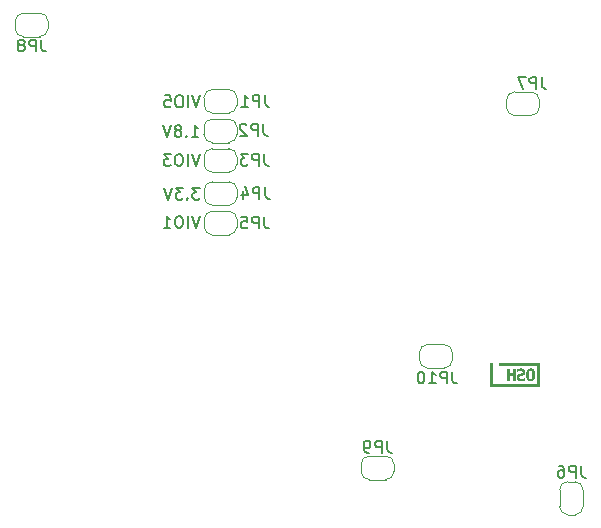
<source format=gbr>
%TF.GenerationSoftware,KiCad,Pcbnew,9.0.2*%
%TF.CreationDate,2025-11-14T17:37:25-08:00*%
%TF.ProjectId,nx-module-breakout,6e782d6d-6f64-4756-9c65-2d627265616b,rev?*%
%TF.SameCoordinates,Original*%
%TF.FileFunction,Legend,Bot*%
%TF.FilePolarity,Positive*%
%FSLAX46Y46*%
G04 Gerber Fmt 4.6, Leading zero omitted, Abs format (unit mm)*
G04 Created by KiCad (PCBNEW 9.0.2) date 2025-11-14 17:37:25*
%MOMM*%
%LPD*%
G01*
G04 APERTURE LIST*
%ADD10C,0.150000*%
%ADD11C,0.002540*%
%ADD12C,0.120000*%
G04 APERTURE END LIST*
D10*
X146693921Y-108794821D02*
X146074874Y-108794821D01*
X146074874Y-108794821D02*
X146408207Y-109175773D01*
X146408207Y-109175773D02*
X146265350Y-109175773D01*
X146265350Y-109175773D02*
X146170112Y-109223392D01*
X146170112Y-109223392D02*
X146122493Y-109271011D01*
X146122493Y-109271011D02*
X146074874Y-109366249D01*
X146074874Y-109366249D02*
X146074874Y-109604344D01*
X146074874Y-109604344D02*
X146122493Y-109699582D01*
X146122493Y-109699582D02*
X146170112Y-109747202D01*
X146170112Y-109747202D02*
X146265350Y-109794821D01*
X146265350Y-109794821D02*
X146551064Y-109794821D01*
X146551064Y-109794821D02*
X146646302Y-109747202D01*
X146646302Y-109747202D02*
X146693921Y-109699582D01*
X145646302Y-109699582D02*
X145598683Y-109747202D01*
X145598683Y-109747202D02*
X145646302Y-109794821D01*
X145646302Y-109794821D02*
X145693921Y-109747202D01*
X145693921Y-109747202D02*
X145646302Y-109699582D01*
X145646302Y-109699582D02*
X145646302Y-109794821D01*
X145265350Y-108794821D02*
X144646303Y-108794821D01*
X144646303Y-108794821D02*
X144979636Y-109175773D01*
X144979636Y-109175773D02*
X144836779Y-109175773D01*
X144836779Y-109175773D02*
X144741541Y-109223392D01*
X144741541Y-109223392D02*
X144693922Y-109271011D01*
X144693922Y-109271011D02*
X144646303Y-109366249D01*
X144646303Y-109366249D02*
X144646303Y-109604344D01*
X144646303Y-109604344D02*
X144693922Y-109699582D01*
X144693922Y-109699582D02*
X144741541Y-109747202D01*
X144741541Y-109747202D02*
X144836779Y-109794821D01*
X144836779Y-109794821D02*
X145122493Y-109794821D01*
X145122493Y-109794821D02*
X145217731Y-109747202D01*
X145217731Y-109747202D02*
X145265350Y-109699582D01*
X144360588Y-108794821D02*
X144027255Y-109794821D01*
X144027255Y-109794821D02*
X143693922Y-108794821D01*
X146676778Y-105944821D02*
X146343445Y-106944821D01*
X146343445Y-106944821D02*
X146010112Y-105944821D01*
X145676778Y-106944821D02*
X145676778Y-105944821D01*
X145010112Y-105944821D02*
X144819636Y-105944821D01*
X144819636Y-105944821D02*
X144724398Y-105992440D01*
X144724398Y-105992440D02*
X144629160Y-106087678D01*
X144629160Y-106087678D02*
X144581541Y-106278154D01*
X144581541Y-106278154D02*
X144581541Y-106611487D01*
X144581541Y-106611487D02*
X144629160Y-106801963D01*
X144629160Y-106801963D02*
X144724398Y-106897202D01*
X144724398Y-106897202D02*
X144819636Y-106944821D01*
X144819636Y-106944821D02*
X145010112Y-106944821D01*
X145010112Y-106944821D02*
X145105350Y-106897202D01*
X145105350Y-106897202D02*
X145200588Y-106801963D01*
X145200588Y-106801963D02*
X145248207Y-106611487D01*
X145248207Y-106611487D02*
X145248207Y-106278154D01*
X145248207Y-106278154D02*
X145200588Y-106087678D01*
X145200588Y-106087678D02*
X145105350Y-105992440D01*
X145105350Y-105992440D02*
X145010112Y-105944821D01*
X144248207Y-105944821D02*
X143629160Y-105944821D01*
X143629160Y-105944821D02*
X143962493Y-106325773D01*
X143962493Y-106325773D02*
X143819636Y-106325773D01*
X143819636Y-106325773D02*
X143724398Y-106373392D01*
X143724398Y-106373392D02*
X143676779Y-106421011D01*
X143676779Y-106421011D02*
X143629160Y-106516249D01*
X143629160Y-106516249D02*
X143629160Y-106754344D01*
X143629160Y-106754344D02*
X143676779Y-106849582D01*
X143676779Y-106849582D02*
X143724398Y-106897202D01*
X143724398Y-106897202D02*
X143819636Y-106944821D01*
X143819636Y-106944821D02*
X144105350Y-106944821D01*
X144105350Y-106944821D02*
X144200588Y-106897202D01*
X144200588Y-106897202D02*
X144248207Y-106849582D01*
X146686778Y-111194821D02*
X146353445Y-112194821D01*
X146353445Y-112194821D02*
X146020112Y-111194821D01*
X145686778Y-112194821D02*
X145686778Y-111194821D01*
X145020112Y-111194821D02*
X144829636Y-111194821D01*
X144829636Y-111194821D02*
X144734398Y-111242440D01*
X144734398Y-111242440D02*
X144639160Y-111337678D01*
X144639160Y-111337678D02*
X144591541Y-111528154D01*
X144591541Y-111528154D02*
X144591541Y-111861487D01*
X144591541Y-111861487D02*
X144639160Y-112051963D01*
X144639160Y-112051963D02*
X144734398Y-112147202D01*
X144734398Y-112147202D02*
X144829636Y-112194821D01*
X144829636Y-112194821D02*
X145020112Y-112194821D01*
X145020112Y-112194821D02*
X145115350Y-112147202D01*
X145115350Y-112147202D02*
X145210588Y-112051963D01*
X145210588Y-112051963D02*
X145258207Y-111861487D01*
X145258207Y-111861487D02*
X145258207Y-111528154D01*
X145258207Y-111528154D02*
X145210588Y-111337678D01*
X145210588Y-111337678D02*
X145115350Y-111242440D01*
X145115350Y-111242440D02*
X145020112Y-111194821D01*
X143639160Y-112194821D02*
X144210588Y-112194821D01*
X143924874Y-112194821D02*
X143924874Y-111194821D01*
X143924874Y-111194821D02*
X144020112Y-111337678D01*
X144020112Y-111337678D02*
X144115350Y-111432916D01*
X144115350Y-111432916D02*
X144210588Y-111480535D01*
X145994874Y-104474821D02*
X146566302Y-104474821D01*
X146280588Y-104474821D02*
X146280588Y-103474821D01*
X146280588Y-103474821D02*
X146375826Y-103617678D01*
X146375826Y-103617678D02*
X146471064Y-103712916D01*
X146471064Y-103712916D02*
X146566302Y-103760535D01*
X145566302Y-104379582D02*
X145518683Y-104427202D01*
X145518683Y-104427202D02*
X145566302Y-104474821D01*
X145566302Y-104474821D02*
X145613921Y-104427202D01*
X145613921Y-104427202D02*
X145566302Y-104379582D01*
X145566302Y-104379582D02*
X145566302Y-104474821D01*
X144947255Y-103903392D02*
X145042493Y-103855773D01*
X145042493Y-103855773D02*
X145090112Y-103808154D01*
X145090112Y-103808154D02*
X145137731Y-103712916D01*
X145137731Y-103712916D02*
X145137731Y-103665297D01*
X145137731Y-103665297D02*
X145090112Y-103570059D01*
X145090112Y-103570059D02*
X145042493Y-103522440D01*
X145042493Y-103522440D02*
X144947255Y-103474821D01*
X144947255Y-103474821D02*
X144756779Y-103474821D01*
X144756779Y-103474821D02*
X144661541Y-103522440D01*
X144661541Y-103522440D02*
X144613922Y-103570059D01*
X144613922Y-103570059D02*
X144566303Y-103665297D01*
X144566303Y-103665297D02*
X144566303Y-103712916D01*
X144566303Y-103712916D02*
X144613922Y-103808154D01*
X144613922Y-103808154D02*
X144661541Y-103855773D01*
X144661541Y-103855773D02*
X144756779Y-103903392D01*
X144756779Y-103903392D02*
X144947255Y-103903392D01*
X144947255Y-103903392D02*
X145042493Y-103951011D01*
X145042493Y-103951011D02*
X145090112Y-103998630D01*
X145090112Y-103998630D02*
X145137731Y-104093868D01*
X145137731Y-104093868D02*
X145137731Y-104284344D01*
X145137731Y-104284344D02*
X145090112Y-104379582D01*
X145090112Y-104379582D02*
X145042493Y-104427202D01*
X145042493Y-104427202D02*
X144947255Y-104474821D01*
X144947255Y-104474821D02*
X144756779Y-104474821D01*
X144756779Y-104474821D02*
X144661541Y-104427202D01*
X144661541Y-104427202D02*
X144613922Y-104379582D01*
X144613922Y-104379582D02*
X144566303Y-104284344D01*
X144566303Y-104284344D02*
X144566303Y-104093868D01*
X144566303Y-104093868D02*
X144613922Y-103998630D01*
X144613922Y-103998630D02*
X144661541Y-103951011D01*
X144661541Y-103951011D02*
X144756779Y-103903392D01*
X144280588Y-103474821D02*
X143947255Y-104474821D01*
X143947255Y-104474821D02*
X143613922Y-103474821D01*
X146726778Y-100974821D02*
X146393445Y-101974821D01*
X146393445Y-101974821D02*
X146060112Y-100974821D01*
X145726778Y-101974821D02*
X145726778Y-100974821D01*
X145060112Y-100974821D02*
X144869636Y-100974821D01*
X144869636Y-100974821D02*
X144774398Y-101022440D01*
X144774398Y-101022440D02*
X144679160Y-101117678D01*
X144679160Y-101117678D02*
X144631541Y-101308154D01*
X144631541Y-101308154D02*
X144631541Y-101641487D01*
X144631541Y-101641487D02*
X144679160Y-101831963D01*
X144679160Y-101831963D02*
X144774398Y-101927202D01*
X144774398Y-101927202D02*
X144869636Y-101974821D01*
X144869636Y-101974821D02*
X145060112Y-101974821D01*
X145060112Y-101974821D02*
X145155350Y-101927202D01*
X145155350Y-101927202D02*
X145250588Y-101831963D01*
X145250588Y-101831963D02*
X145298207Y-101641487D01*
X145298207Y-101641487D02*
X145298207Y-101308154D01*
X145298207Y-101308154D02*
X145250588Y-101117678D01*
X145250588Y-101117678D02*
X145155350Y-101022440D01*
X145155350Y-101022440D02*
X145060112Y-100974821D01*
X143726779Y-100974821D02*
X144202969Y-100974821D01*
X144202969Y-100974821D02*
X144250588Y-101451011D01*
X144250588Y-101451011D02*
X144202969Y-101403392D01*
X144202969Y-101403392D02*
X144107731Y-101355773D01*
X144107731Y-101355773D02*
X143869636Y-101355773D01*
X143869636Y-101355773D02*
X143774398Y-101403392D01*
X143774398Y-101403392D02*
X143726779Y-101451011D01*
X143726779Y-101451011D02*
X143679160Y-101546249D01*
X143679160Y-101546249D02*
X143679160Y-101784344D01*
X143679160Y-101784344D02*
X143726779Y-101879582D01*
X143726779Y-101879582D02*
X143774398Y-101927202D01*
X143774398Y-101927202D02*
X143869636Y-101974821D01*
X143869636Y-101974821D02*
X144107731Y-101974821D01*
X144107731Y-101974821D02*
X144202969Y-101927202D01*
X144202969Y-101927202D02*
X144250588Y-101879582D01*
X152073333Y-103379821D02*
X152073333Y-104094106D01*
X152073333Y-104094106D02*
X152120952Y-104236963D01*
X152120952Y-104236963D02*
X152216190Y-104332202D01*
X152216190Y-104332202D02*
X152359047Y-104379821D01*
X152359047Y-104379821D02*
X152454285Y-104379821D01*
X151597142Y-104379821D02*
X151597142Y-103379821D01*
X151597142Y-103379821D02*
X151216190Y-103379821D01*
X151216190Y-103379821D02*
X151120952Y-103427440D01*
X151120952Y-103427440D02*
X151073333Y-103475059D01*
X151073333Y-103475059D02*
X151025714Y-103570297D01*
X151025714Y-103570297D02*
X151025714Y-103713154D01*
X151025714Y-103713154D02*
X151073333Y-103808392D01*
X151073333Y-103808392D02*
X151120952Y-103856011D01*
X151120952Y-103856011D02*
X151216190Y-103903630D01*
X151216190Y-103903630D02*
X151597142Y-103903630D01*
X150644761Y-103475059D02*
X150597142Y-103427440D01*
X150597142Y-103427440D02*
X150501904Y-103379821D01*
X150501904Y-103379821D02*
X150263809Y-103379821D01*
X150263809Y-103379821D02*
X150168571Y-103427440D01*
X150168571Y-103427440D02*
X150120952Y-103475059D01*
X150120952Y-103475059D02*
X150073333Y-103570297D01*
X150073333Y-103570297D02*
X150073333Y-103665535D01*
X150073333Y-103665535D02*
X150120952Y-103808392D01*
X150120952Y-103808392D02*
X150692380Y-104379821D01*
X150692380Y-104379821D02*
X150073333Y-104379821D01*
X152143333Y-105909821D02*
X152143333Y-106624106D01*
X152143333Y-106624106D02*
X152190952Y-106766963D01*
X152190952Y-106766963D02*
X152286190Y-106862202D01*
X152286190Y-106862202D02*
X152429047Y-106909821D01*
X152429047Y-106909821D02*
X152524285Y-106909821D01*
X151667142Y-106909821D02*
X151667142Y-105909821D01*
X151667142Y-105909821D02*
X151286190Y-105909821D01*
X151286190Y-105909821D02*
X151190952Y-105957440D01*
X151190952Y-105957440D02*
X151143333Y-106005059D01*
X151143333Y-106005059D02*
X151095714Y-106100297D01*
X151095714Y-106100297D02*
X151095714Y-106243154D01*
X151095714Y-106243154D02*
X151143333Y-106338392D01*
X151143333Y-106338392D02*
X151190952Y-106386011D01*
X151190952Y-106386011D02*
X151286190Y-106433630D01*
X151286190Y-106433630D02*
X151667142Y-106433630D01*
X150762380Y-105909821D02*
X150143333Y-105909821D01*
X150143333Y-105909821D02*
X150476666Y-106290773D01*
X150476666Y-106290773D02*
X150333809Y-106290773D01*
X150333809Y-106290773D02*
X150238571Y-106338392D01*
X150238571Y-106338392D02*
X150190952Y-106386011D01*
X150190952Y-106386011D02*
X150143333Y-106481249D01*
X150143333Y-106481249D02*
X150143333Y-106719344D01*
X150143333Y-106719344D02*
X150190952Y-106814582D01*
X150190952Y-106814582D02*
X150238571Y-106862202D01*
X150238571Y-106862202D02*
X150333809Y-106909821D01*
X150333809Y-106909821D02*
X150619523Y-106909821D01*
X150619523Y-106909821D02*
X150714761Y-106862202D01*
X150714761Y-106862202D02*
X150762380Y-106814582D01*
X133283333Y-96254819D02*
X133283333Y-96969104D01*
X133283333Y-96969104D02*
X133330952Y-97111961D01*
X133330952Y-97111961D02*
X133426190Y-97207200D01*
X133426190Y-97207200D02*
X133569047Y-97254819D01*
X133569047Y-97254819D02*
X133664285Y-97254819D01*
X132807142Y-97254819D02*
X132807142Y-96254819D01*
X132807142Y-96254819D02*
X132426190Y-96254819D01*
X132426190Y-96254819D02*
X132330952Y-96302438D01*
X132330952Y-96302438D02*
X132283333Y-96350057D01*
X132283333Y-96350057D02*
X132235714Y-96445295D01*
X132235714Y-96445295D02*
X132235714Y-96588152D01*
X132235714Y-96588152D02*
X132283333Y-96683390D01*
X132283333Y-96683390D02*
X132330952Y-96731009D01*
X132330952Y-96731009D02*
X132426190Y-96778628D01*
X132426190Y-96778628D02*
X132807142Y-96778628D01*
X131664285Y-96683390D02*
X131759523Y-96635771D01*
X131759523Y-96635771D02*
X131807142Y-96588152D01*
X131807142Y-96588152D02*
X131854761Y-96492914D01*
X131854761Y-96492914D02*
X131854761Y-96445295D01*
X131854761Y-96445295D02*
X131807142Y-96350057D01*
X131807142Y-96350057D02*
X131759523Y-96302438D01*
X131759523Y-96302438D02*
X131664285Y-96254819D01*
X131664285Y-96254819D02*
X131473809Y-96254819D01*
X131473809Y-96254819D02*
X131378571Y-96302438D01*
X131378571Y-96302438D02*
X131330952Y-96350057D01*
X131330952Y-96350057D02*
X131283333Y-96445295D01*
X131283333Y-96445295D02*
X131283333Y-96492914D01*
X131283333Y-96492914D02*
X131330952Y-96588152D01*
X131330952Y-96588152D02*
X131378571Y-96635771D01*
X131378571Y-96635771D02*
X131473809Y-96683390D01*
X131473809Y-96683390D02*
X131664285Y-96683390D01*
X131664285Y-96683390D02*
X131759523Y-96731009D01*
X131759523Y-96731009D02*
X131807142Y-96778628D01*
X131807142Y-96778628D02*
X131854761Y-96873866D01*
X131854761Y-96873866D02*
X131854761Y-97064342D01*
X131854761Y-97064342D02*
X131807142Y-97159580D01*
X131807142Y-97159580D02*
X131759523Y-97207200D01*
X131759523Y-97207200D02*
X131664285Y-97254819D01*
X131664285Y-97254819D02*
X131473809Y-97254819D01*
X131473809Y-97254819D02*
X131378571Y-97207200D01*
X131378571Y-97207200D02*
X131330952Y-97159580D01*
X131330952Y-97159580D02*
X131283333Y-97064342D01*
X131283333Y-97064342D02*
X131283333Y-96873866D01*
X131283333Y-96873866D02*
X131330952Y-96778628D01*
X131330952Y-96778628D02*
X131378571Y-96731009D01*
X131378571Y-96731009D02*
X131473809Y-96683390D01*
X168079523Y-124364819D02*
X168079523Y-125079104D01*
X168079523Y-125079104D02*
X168127142Y-125221961D01*
X168127142Y-125221961D02*
X168222380Y-125317200D01*
X168222380Y-125317200D02*
X168365237Y-125364819D01*
X168365237Y-125364819D02*
X168460475Y-125364819D01*
X167603332Y-125364819D02*
X167603332Y-124364819D01*
X167603332Y-124364819D02*
X167222380Y-124364819D01*
X167222380Y-124364819D02*
X167127142Y-124412438D01*
X167127142Y-124412438D02*
X167079523Y-124460057D01*
X167079523Y-124460057D02*
X167031904Y-124555295D01*
X167031904Y-124555295D02*
X167031904Y-124698152D01*
X167031904Y-124698152D02*
X167079523Y-124793390D01*
X167079523Y-124793390D02*
X167127142Y-124841009D01*
X167127142Y-124841009D02*
X167222380Y-124888628D01*
X167222380Y-124888628D02*
X167603332Y-124888628D01*
X166079523Y-125364819D02*
X166650951Y-125364819D01*
X166365237Y-125364819D02*
X166365237Y-124364819D01*
X166365237Y-124364819D02*
X166460475Y-124507676D01*
X166460475Y-124507676D02*
X166555713Y-124602914D01*
X166555713Y-124602914D02*
X166650951Y-124650533D01*
X165460475Y-124364819D02*
X165365237Y-124364819D01*
X165365237Y-124364819D02*
X165269999Y-124412438D01*
X165269999Y-124412438D02*
X165222380Y-124460057D01*
X165222380Y-124460057D02*
X165174761Y-124555295D01*
X165174761Y-124555295D02*
X165127142Y-124745771D01*
X165127142Y-124745771D02*
X165127142Y-124983866D01*
X165127142Y-124983866D02*
X165174761Y-125174342D01*
X165174761Y-125174342D02*
X165222380Y-125269580D01*
X165222380Y-125269580D02*
X165269999Y-125317200D01*
X165269999Y-125317200D02*
X165365237Y-125364819D01*
X165365237Y-125364819D02*
X165460475Y-125364819D01*
X165460475Y-125364819D02*
X165555713Y-125317200D01*
X165555713Y-125317200D02*
X165603332Y-125269580D01*
X165603332Y-125269580D02*
X165650951Y-125174342D01*
X165650951Y-125174342D02*
X165698570Y-124983866D01*
X165698570Y-124983866D02*
X165698570Y-124745771D01*
X165698570Y-124745771D02*
X165650951Y-124555295D01*
X165650951Y-124555295D02*
X165603332Y-124460057D01*
X165603332Y-124460057D02*
X165555713Y-124412438D01*
X165555713Y-124412438D02*
X165460475Y-124364819D01*
X175653333Y-99434819D02*
X175653333Y-100149104D01*
X175653333Y-100149104D02*
X175700952Y-100291961D01*
X175700952Y-100291961D02*
X175796190Y-100387200D01*
X175796190Y-100387200D02*
X175939047Y-100434819D01*
X175939047Y-100434819D02*
X176034285Y-100434819D01*
X175177142Y-100434819D02*
X175177142Y-99434819D01*
X175177142Y-99434819D02*
X174796190Y-99434819D01*
X174796190Y-99434819D02*
X174700952Y-99482438D01*
X174700952Y-99482438D02*
X174653333Y-99530057D01*
X174653333Y-99530057D02*
X174605714Y-99625295D01*
X174605714Y-99625295D02*
X174605714Y-99768152D01*
X174605714Y-99768152D02*
X174653333Y-99863390D01*
X174653333Y-99863390D02*
X174700952Y-99911009D01*
X174700952Y-99911009D02*
X174796190Y-99958628D01*
X174796190Y-99958628D02*
X175177142Y-99958628D01*
X174272380Y-99434819D02*
X173605714Y-99434819D01*
X173605714Y-99434819D02*
X174034285Y-100434819D01*
X178983333Y-132329821D02*
X178983333Y-133044106D01*
X178983333Y-133044106D02*
X179030952Y-133186963D01*
X179030952Y-133186963D02*
X179126190Y-133282202D01*
X179126190Y-133282202D02*
X179269047Y-133329821D01*
X179269047Y-133329821D02*
X179364285Y-133329821D01*
X178507142Y-133329821D02*
X178507142Y-132329821D01*
X178507142Y-132329821D02*
X178126190Y-132329821D01*
X178126190Y-132329821D02*
X178030952Y-132377440D01*
X178030952Y-132377440D02*
X177983333Y-132425059D01*
X177983333Y-132425059D02*
X177935714Y-132520297D01*
X177935714Y-132520297D02*
X177935714Y-132663154D01*
X177935714Y-132663154D02*
X177983333Y-132758392D01*
X177983333Y-132758392D02*
X178030952Y-132806011D01*
X178030952Y-132806011D02*
X178126190Y-132853630D01*
X178126190Y-132853630D02*
X178507142Y-132853630D01*
X177078571Y-132329821D02*
X177269047Y-132329821D01*
X177269047Y-132329821D02*
X177364285Y-132377440D01*
X177364285Y-132377440D02*
X177411904Y-132425059D01*
X177411904Y-132425059D02*
X177507142Y-132567916D01*
X177507142Y-132567916D02*
X177554761Y-132758392D01*
X177554761Y-132758392D02*
X177554761Y-133139344D01*
X177554761Y-133139344D02*
X177507142Y-133234582D01*
X177507142Y-133234582D02*
X177459523Y-133282202D01*
X177459523Y-133282202D02*
X177364285Y-133329821D01*
X177364285Y-133329821D02*
X177173809Y-133329821D01*
X177173809Y-133329821D02*
X177078571Y-133282202D01*
X177078571Y-133282202D02*
X177030952Y-133234582D01*
X177030952Y-133234582D02*
X176983333Y-133139344D01*
X176983333Y-133139344D02*
X176983333Y-132901249D01*
X176983333Y-132901249D02*
X177030952Y-132806011D01*
X177030952Y-132806011D02*
X177078571Y-132758392D01*
X177078571Y-132758392D02*
X177173809Y-132710773D01*
X177173809Y-132710773D02*
X177364285Y-132710773D01*
X177364285Y-132710773D02*
X177459523Y-132758392D01*
X177459523Y-132758392D02*
X177507142Y-132806011D01*
X177507142Y-132806011D02*
X177554761Y-132901249D01*
X152153333Y-111239821D02*
X152153333Y-111954106D01*
X152153333Y-111954106D02*
X152200952Y-112096963D01*
X152200952Y-112096963D02*
X152296190Y-112192202D01*
X152296190Y-112192202D02*
X152439047Y-112239821D01*
X152439047Y-112239821D02*
X152534285Y-112239821D01*
X151677142Y-112239821D02*
X151677142Y-111239821D01*
X151677142Y-111239821D02*
X151296190Y-111239821D01*
X151296190Y-111239821D02*
X151200952Y-111287440D01*
X151200952Y-111287440D02*
X151153333Y-111335059D01*
X151153333Y-111335059D02*
X151105714Y-111430297D01*
X151105714Y-111430297D02*
X151105714Y-111573154D01*
X151105714Y-111573154D02*
X151153333Y-111668392D01*
X151153333Y-111668392D02*
X151200952Y-111716011D01*
X151200952Y-111716011D02*
X151296190Y-111763630D01*
X151296190Y-111763630D02*
X151677142Y-111763630D01*
X150200952Y-111239821D02*
X150677142Y-111239821D01*
X150677142Y-111239821D02*
X150724761Y-111716011D01*
X150724761Y-111716011D02*
X150677142Y-111668392D01*
X150677142Y-111668392D02*
X150581904Y-111620773D01*
X150581904Y-111620773D02*
X150343809Y-111620773D01*
X150343809Y-111620773D02*
X150248571Y-111668392D01*
X150248571Y-111668392D02*
X150200952Y-111716011D01*
X150200952Y-111716011D02*
X150153333Y-111811249D01*
X150153333Y-111811249D02*
X150153333Y-112049344D01*
X150153333Y-112049344D02*
X150200952Y-112144582D01*
X150200952Y-112144582D02*
X150248571Y-112192202D01*
X150248571Y-112192202D02*
X150343809Y-112239821D01*
X150343809Y-112239821D02*
X150581904Y-112239821D01*
X150581904Y-112239821D02*
X150677142Y-112192202D01*
X150677142Y-112192202D02*
X150724761Y-112144582D01*
X152213333Y-100929821D02*
X152213333Y-101644106D01*
X152213333Y-101644106D02*
X152260952Y-101786963D01*
X152260952Y-101786963D02*
X152356190Y-101882202D01*
X152356190Y-101882202D02*
X152499047Y-101929821D01*
X152499047Y-101929821D02*
X152594285Y-101929821D01*
X151737142Y-101929821D02*
X151737142Y-100929821D01*
X151737142Y-100929821D02*
X151356190Y-100929821D01*
X151356190Y-100929821D02*
X151260952Y-100977440D01*
X151260952Y-100977440D02*
X151213333Y-101025059D01*
X151213333Y-101025059D02*
X151165714Y-101120297D01*
X151165714Y-101120297D02*
X151165714Y-101263154D01*
X151165714Y-101263154D02*
X151213333Y-101358392D01*
X151213333Y-101358392D02*
X151260952Y-101406011D01*
X151260952Y-101406011D02*
X151356190Y-101453630D01*
X151356190Y-101453630D02*
X151737142Y-101453630D01*
X150213333Y-101929821D02*
X150784761Y-101929821D01*
X150499047Y-101929821D02*
X150499047Y-100929821D01*
X150499047Y-100929821D02*
X150594285Y-101072678D01*
X150594285Y-101072678D02*
X150689523Y-101167916D01*
X150689523Y-101167916D02*
X150784761Y-101215535D01*
X162573333Y-130224819D02*
X162573333Y-130939104D01*
X162573333Y-130939104D02*
X162620952Y-131081961D01*
X162620952Y-131081961D02*
X162716190Y-131177200D01*
X162716190Y-131177200D02*
X162859047Y-131224819D01*
X162859047Y-131224819D02*
X162954285Y-131224819D01*
X162097142Y-131224819D02*
X162097142Y-130224819D01*
X162097142Y-130224819D02*
X161716190Y-130224819D01*
X161716190Y-130224819D02*
X161620952Y-130272438D01*
X161620952Y-130272438D02*
X161573333Y-130320057D01*
X161573333Y-130320057D02*
X161525714Y-130415295D01*
X161525714Y-130415295D02*
X161525714Y-130558152D01*
X161525714Y-130558152D02*
X161573333Y-130653390D01*
X161573333Y-130653390D02*
X161620952Y-130701009D01*
X161620952Y-130701009D02*
X161716190Y-130748628D01*
X161716190Y-130748628D02*
X162097142Y-130748628D01*
X161049523Y-131224819D02*
X160859047Y-131224819D01*
X160859047Y-131224819D02*
X160763809Y-131177200D01*
X160763809Y-131177200D02*
X160716190Y-131129580D01*
X160716190Y-131129580D02*
X160620952Y-130986723D01*
X160620952Y-130986723D02*
X160573333Y-130796247D01*
X160573333Y-130796247D02*
X160573333Y-130415295D01*
X160573333Y-130415295D02*
X160620952Y-130320057D01*
X160620952Y-130320057D02*
X160668571Y-130272438D01*
X160668571Y-130272438D02*
X160763809Y-130224819D01*
X160763809Y-130224819D02*
X160954285Y-130224819D01*
X160954285Y-130224819D02*
X161049523Y-130272438D01*
X161049523Y-130272438D02*
X161097142Y-130320057D01*
X161097142Y-130320057D02*
X161144761Y-130415295D01*
X161144761Y-130415295D02*
X161144761Y-130653390D01*
X161144761Y-130653390D02*
X161097142Y-130748628D01*
X161097142Y-130748628D02*
X161049523Y-130796247D01*
X161049523Y-130796247D02*
X160954285Y-130843866D01*
X160954285Y-130843866D02*
X160763809Y-130843866D01*
X160763809Y-130843866D02*
X160668571Y-130796247D01*
X160668571Y-130796247D02*
X160620952Y-130748628D01*
X160620952Y-130748628D02*
X160573333Y-130653390D01*
X152223333Y-108729821D02*
X152223333Y-109444106D01*
X152223333Y-109444106D02*
X152270952Y-109586963D01*
X152270952Y-109586963D02*
X152366190Y-109682202D01*
X152366190Y-109682202D02*
X152509047Y-109729821D01*
X152509047Y-109729821D02*
X152604285Y-109729821D01*
X151747142Y-109729821D02*
X151747142Y-108729821D01*
X151747142Y-108729821D02*
X151366190Y-108729821D01*
X151366190Y-108729821D02*
X151270952Y-108777440D01*
X151270952Y-108777440D02*
X151223333Y-108825059D01*
X151223333Y-108825059D02*
X151175714Y-108920297D01*
X151175714Y-108920297D02*
X151175714Y-109063154D01*
X151175714Y-109063154D02*
X151223333Y-109158392D01*
X151223333Y-109158392D02*
X151270952Y-109206011D01*
X151270952Y-109206011D02*
X151366190Y-109253630D01*
X151366190Y-109253630D02*
X151747142Y-109253630D01*
X150318571Y-109063154D02*
X150318571Y-109729821D01*
X150556666Y-108682202D02*
X150794761Y-109396487D01*
X150794761Y-109396487D02*
X150175714Y-109396487D01*
D11*
%TO.C,LOGO2*%
X173353351Y-125092187D02*
X173219075Y-125092186D01*
X173219075Y-124621889D01*
X172853289Y-124621889D01*
X172853289Y-125092186D01*
X172719013Y-125092186D01*
X172719013Y-124104629D01*
X172853289Y-124104629D01*
X172853289Y-124509441D01*
X173219075Y-124509441D01*
X173219075Y-124104629D01*
X173353351Y-124104628D01*
X173353351Y-125092187D01*
G36*
X173353351Y-125092187D02*
G01*
X173219075Y-125092186D01*
X173219075Y-124621889D01*
X172853289Y-124621889D01*
X172853289Y-125092186D01*
X172719013Y-125092186D01*
X172719013Y-124104629D01*
X172853289Y-124104629D01*
X172853289Y-124509441D01*
X173219075Y-124509441D01*
X173219075Y-124104629D01*
X173353351Y-124104628D01*
X173353351Y-125092187D01*
G37*
X171457063Y-125369820D02*
X175282937Y-125369820D01*
X175282938Y-123787611D01*
X172027681Y-123787611D01*
X172027681Y-123618278D01*
X175367604Y-123618278D01*
X175452271Y-123618278D01*
X175452271Y-123702944D01*
X175452271Y-125454486D01*
X175452270Y-125539153D01*
X175367604Y-125539153D01*
X171372396Y-125539153D01*
X171287730Y-125539153D01*
X171287729Y-125454486D01*
X171287729Y-123618278D01*
X171453428Y-123618278D01*
X171457063Y-125369820D01*
G36*
X171457063Y-125369820D02*
G01*
X175282937Y-125369820D01*
X175282938Y-123787611D01*
X172027681Y-123787611D01*
X172027681Y-123618278D01*
X175367604Y-123618278D01*
X175452271Y-123618278D01*
X175452271Y-123702944D01*
X175452271Y-125454486D01*
X175452270Y-125539153D01*
X175367604Y-125539153D01*
X171372396Y-125539153D01*
X171287730Y-125539153D01*
X171287729Y-125454486D01*
X171287729Y-123618278D01*
X171453428Y-123618278D01*
X171457063Y-125369820D01*
G37*
X173898180Y-124089971D02*
X173950199Y-124099576D01*
X173997559Y-124115583D01*
X174040263Y-124137993D01*
X174078309Y-124166806D01*
X174110218Y-124200673D01*
X174135036Y-124238773D01*
X174152763Y-124281106D01*
X174163400Y-124327673D01*
X174166945Y-124378473D01*
X174163058Y-124428702D01*
X174151401Y-124473558D01*
X174131970Y-124513038D01*
X174104768Y-124547144D01*
X174076881Y-124571010D01*
X174042961Y-124592335D01*
X174003009Y-124611121D01*
X173957025Y-124627366D01*
X173905008Y-124641071D01*
X173833570Y-124657609D01*
X173776023Y-124673704D01*
X173731265Y-124693768D01*
X173699294Y-124717800D01*
X173677613Y-124747713D01*
X173664604Y-124785417D01*
X173660268Y-124830911D01*
X173666515Y-124881181D01*
X173685256Y-124923514D01*
X173716492Y-124957910D01*
X173747415Y-124977588D01*
X173783961Y-124991644D01*
X173826129Y-125000078D01*
X173873919Y-125002889D01*
X173919707Y-125000390D01*
X173965347Y-124992894D01*
X174010841Y-124980399D01*
X174056776Y-124962541D01*
X174104621Y-124938948D01*
X174154377Y-124909623D01*
X174154377Y-125051837D01*
X174107267Y-125069990D01*
X174060303Y-125084763D01*
X174013487Y-125096156D01*
X173966817Y-125104607D01*
X173920295Y-125109678D01*
X173873919Y-125111368D01*
X173810419Y-125108405D01*
X173753270Y-125099515D01*
X173702469Y-125084698D01*
X173658019Y-125063955D01*
X173619919Y-125037285D01*
X173588487Y-125004979D01*
X173564039Y-124967329D01*
X173546577Y-124924334D01*
X173536099Y-124875995D01*
X173532606Y-124822311D01*
X173536576Y-124765592D01*
X173548482Y-124715155D01*
X173568326Y-124671003D01*
X173596106Y-124633134D01*
X173624523Y-124606833D01*
X173658972Y-124583497D01*
X173699453Y-124563125D01*
X173745967Y-124545716D01*
X173798513Y-124531268D01*
X173868627Y-124515394D01*
X173927424Y-124498711D01*
X173972403Y-124479529D01*
X174003566Y-124457848D01*
X174030354Y-124415680D01*
X174039284Y-124357967D01*
X174033184Y-124311592D01*
X174014884Y-124272125D01*
X173984383Y-124239566D01*
X173943372Y-124214946D01*
X173893542Y-124200173D01*
X173834893Y-124195248D01*
X173793589Y-124197454D01*
X173752578Y-124204069D01*
X173711862Y-124215092D01*
X173670925Y-124230453D01*
X173630135Y-124250077D01*
X173589492Y-124273962D01*
X173589492Y-124138363D01*
X173635059Y-124122636D01*
X173679157Y-124109848D01*
X173721784Y-124099998D01*
X173763015Y-124092650D01*
X173802923Y-124088240D01*
X173841508Y-124086768D01*
X173898180Y-124089971D01*
G36*
X173898180Y-124089971D02*
G01*
X173950199Y-124099576D01*
X173997559Y-124115583D01*
X174040263Y-124137993D01*
X174078309Y-124166806D01*
X174110218Y-124200673D01*
X174135036Y-124238773D01*
X174152763Y-124281106D01*
X174163400Y-124327673D01*
X174166945Y-124378473D01*
X174163058Y-124428702D01*
X174151401Y-124473558D01*
X174131970Y-124513038D01*
X174104768Y-124547144D01*
X174076881Y-124571010D01*
X174042961Y-124592335D01*
X174003009Y-124611121D01*
X173957025Y-124627366D01*
X173905008Y-124641071D01*
X173833570Y-124657609D01*
X173776023Y-124673704D01*
X173731265Y-124693768D01*
X173699294Y-124717800D01*
X173677613Y-124747713D01*
X173664604Y-124785417D01*
X173660268Y-124830911D01*
X173666515Y-124881181D01*
X173685256Y-124923514D01*
X173716492Y-124957910D01*
X173747415Y-124977588D01*
X173783961Y-124991644D01*
X173826129Y-125000078D01*
X173873919Y-125002889D01*
X173919707Y-125000390D01*
X173965347Y-124992894D01*
X174010841Y-124980399D01*
X174056776Y-124962541D01*
X174104621Y-124938948D01*
X174154377Y-124909623D01*
X174154377Y-125051837D01*
X174107267Y-125069990D01*
X174060303Y-125084763D01*
X174013487Y-125096156D01*
X173966817Y-125104607D01*
X173920295Y-125109678D01*
X173873919Y-125111368D01*
X173810419Y-125108405D01*
X173753270Y-125099515D01*
X173702469Y-125084698D01*
X173658019Y-125063955D01*
X173619919Y-125037285D01*
X173588487Y-125004979D01*
X173564039Y-124967329D01*
X173546577Y-124924334D01*
X173536099Y-124875995D01*
X173532606Y-124822311D01*
X173536576Y-124765592D01*
X173548482Y-124715155D01*
X173568326Y-124671003D01*
X173596106Y-124633134D01*
X173624523Y-124606833D01*
X173658972Y-124583497D01*
X173699453Y-124563125D01*
X173745967Y-124545716D01*
X173798513Y-124531268D01*
X173868627Y-124515394D01*
X173927424Y-124498711D01*
X173972403Y-124479529D01*
X174003566Y-124457848D01*
X174030354Y-124415680D01*
X174039284Y-124357967D01*
X174033184Y-124311592D01*
X174014884Y-124272125D01*
X173984383Y-124239566D01*
X173943372Y-124214946D01*
X173893542Y-124200173D01*
X173834893Y-124195248D01*
X173793589Y-124197454D01*
X173752578Y-124204069D01*
X173711862Y-124215092D01*
X173670925Y-124230453D01*
X173630135Y-124250077D01*
X173589492Y-124273962D01*
X173589492Y-124138363D01*
X173635059Y-124122636D01*
X173679157Y-124109848D01*
X173721784Y-124099998D01*
X173763015Y-124092650D01*
X173802923Y-124088240D01*
X173841508Y-124086768D01*
X173898180Y-124089971D01*
G37*
X174719557Y-124090298D02*
X174768064Y-124100881D01*
X174811867Y-124118520D01*
X174850967Y-124143214D01*
X174885362Y-124174964D01*
X174915054Y-124213769D01*
X174934123Y-124247576D01*
X174950649Y-124285496D01*
X174964633Y-124327530D01*
X174976074Y-124373677D01*
X174984973Y-124423938D01*
X174991329Y-124478312D01*
X174995142Y-124536799D01*
X174996413Y-124599399D01*
X174995142Y-124662145D01*
X174991329Y-124720736D01*
X174984973Y-124775172D01*
X174976074Y-124825453D01*
X174964633Y-124871579D01*
X174950650Y-124913551D01*
X174934123Y-124951368D01*
X174915054Y-124985030D01*
X174885546Y-125023633D01*
X174851261Y-125055218D01*
X174812198Y-125079785D01*
X174768358Y-125097331D01*
X174719741Y-125107860D01*
X174666346Y-125111368D01*
X174612952Y-125107841D01*
X174564335Y-125097256D01*
X174520495Y-125079618D01*
X174481432Y-125054924D01*
X174447146Y-125023174D01*
X174417638Y-124984368D01*
X174398414Y-124950571D01*
X174381754Y-124912683D01*
X174367657Y-124870702D01*
X174356123Y-124824626D01*
X174347152Y-124774459D01*
X174340744Y-124720198D01*
X174336899Y-124661845D01*
X174335617Y-124599399D01*
X174475184Y-124599399D01*
X174476434Y-124668485D01*
X174480183Y-124730662D01*
X174486430Y-124785931D01*
X174495176Y-124834291D01*
X174506420Y-124875742D01*
X174520164Y-124910285D01*
X174545920Y-124950798D01*
X174578869Y-124979738D01*
X174619011Y-124997101D01*
X174666346Y-125002890D01*
X174713434Y-124997060D01*
X174753493Y-124979573D01*
X174786525Y-124950427D01*
X174812528Y-124909623D01*
X174826070Y-124875098D01*
X174837149Y-124833703D01*
X174845767Y-124785435D01*
X174851923Y-124730295D01*
X174855615Y-124668283D01*
X174856846Y-124599399D01*
X174855615Y-124530314D01*
X174851922Y-124468137D01*
X174845767Y-124412869D01*
X174837149Y-124364509D01*
X174826070Y-124323057D01*
X174812528Y-124288514D01*
X174786525Y-124247712D01*
X174753493Y-124218566D01*
X174713434Y-124201078D01*
X174666346Y-124195248D01*
X174619011Y-124201078D01*
X174578869Y-124218566D01*
X174545920Y-124247711D01*
X174520164Y-124288514D01*
X174506420Y-124323057D01*
X174495176Y-124364509D01*
X174486430Y-124412869D01*
X174480183Y-124468137D01*
X174476434Y-124530315D01*
X174475184Y-124599399D01*
X174335617Y-124599399D01*
X174336899Y-124536799D01*
X174340744Y-124478312D01*
X174347152Y-124423938D01*
X174356123Y-124373677D01*
X174367657Y-124327530D01*
X174381754Y-124285497D01*
X174398414Y-124247576D01*
X174417637Y-124213769D01*
X174447146Y-124174964D01*
X174481433Y-124143214D01*
X174520495Y-124118520D01*
X174564335Y-124100881D01*
X174612952Y-124090298D01*
X174666346Y-124086769D01*
X174719557Y-124090298D01*
G36*
X174719557Y-124090298D02*
G01*
X174768064Y-124100881D01*
X174811867Y-124118520D01*
X174850967Y-124143214D01*
X174885362Y-124174964D01*
X174915054Y-124213769D01*
X174934123Y-124247576D01*
X174950649Y-124285496D01*
X174964633Y-124327530D01*
X174976074Y-124373677D01*
X174984973Y-124423938D01*
X174991329Y-124478312D01*
X174995142Y-124536799D01*
X174996413Y-124599399D01*
X174995142Y-124662145D01*
X174991329Y-124720736D01*
X174984973Y-124775172D01*
X174976074Y-124825453D01*
X174964633Y-124871579D01*
X174950650Y-124913551D01*
X174934123Y-124951368D01*
X174915054Y-124985030D01*
X174885546Y-125023633D01*
X174851261Y-125055218D01*
X174812198Y-125079785D01*
X174768358Y-125097331D01*
X174719741Y-125107860D01*
X174666346Y-125111368D01*
X174612952Y-125107841D01*
X174564335Y-125097256D01*
X174520495Y-125079618D01*
X174481432Y-125054924D01*
X174447146Y-125023174D01*
X174417638Y-124984368D01*
X174398414Y-124950571D01*
X174381754Y-124912683D01*
X174367657Y-124870702D01*
X174356123Y-124824626D01*
X174347152Y-124774459D01*
X174340744Y-124720198D01*
X174336899Y-124661845D01*
X174335617Y-124599399D01*
X174475184Y-124599399D01*
X174476434Y-124668485D01*
X174480183Y-124730662D01*
X174486430Y-124785931D01*
X174495176Y-124834291D01*
X174506420Y-124875742D01*
X174520164Y-124910285D01*
X174545920Y-124950798D01*
X174578869Y-124979738D01*
X174619011Y-124997101D01*
X174666346Y-125002890D01*
X174713434Y-124997060D01*
X174753493Y-124979573D01*
X174786525Y-124950427D01*
X174812528Y-124909623D01*
X174826070Y-124875098D01*
X174837149Y-124833703D01*
X174845767Y-124785435D01*
X174851923Y-124730295D01*
X174855615Y-124668283D01*
X174856846Y-124599399D01*
X174855615Y-124530314D01*
X174851922Y-124468137D01*
X174845767Y-124412869D01*
X174837149Y-124364509D01*
X174826070Y-124323057D01*
X174812528Y-124288514D01*
X174786525Y-124247712D01*
X174753493Y-124218566D01*
X174713434Y-124201078D01*
X174666346Y-124195248D01*
X174619011Y-124201078D01*
X174578869Y-124218566D01*
X174545920Y-124247711D01*
X174520164Y-124288514D01*
X174506420Y-124323057D01*
X174495176Y-124364509D01*
X174486430Y-124412869D01*
X174480183Y-124468137D01*
X174476434Y-124530315D01*
X174475184Y-124599399D01*
X174335617Y-124599399D01*
X174336899Y-124536799D01*
X174340744Y-124478312D01*
X174347152Y-124423938D01*
X174356123Y-124373677D01*
X174367657Y-124327530D01*
X174381754Y-124285497D01*
X174398414Y-124247576D01*
X174417637Y-124213769D01*
X174447146Y-124174964D01*
X174481433Y-124143214D01*
X174520495Y-124118520D01*
X174564335Y-124100881D01*
X174612952Y-124090298D01*
X174666346Y-124086769D01*
X174719557Y-124090298D01*
G37*
D12*
%TO.C,JP2*%
X149840000Y-104265002D02*
G75*
G02*
X149140000Y-104965002I-699999J-1D01*
G01*
X149140000Y-102965002D02*
G75*
G02*
X149840000Y-103665002I1J-699999D01*
G01*
X147740000Y-104965002D02*
G75*
G02*
X147040000Y-104265002I0J700000D01*
G01*
X147040000Y-103665002D02*
G75*
G02*
X147740000Y-102965002I700000J0D01*
G01*
X149840000Y-104265002D02*
X149840000Y-103665002D01*
X149140000Y-102965002D02*
X147740000Y-102965002D01*
X147740000Y-104965002D02*
X149140000Y-104965002D01*
X147040000Y-103665002D02*
X147040000Y-104265002D01*
%TO.C,JP3*%
X149840000Y-106775002D02*
G75*
G02*
X149140000Y-107475002I-699999J-1D01*
G01*
X149140000Y-105475002D02*
G75*
G02*
X149840000Y-106175002I1J-699999D01*
G01*
X147740000Y-107475002D02*
G75*
G02*
X147040000Y-106775002I0J700000D01*
G01*
X147040000Y-106175002D02*
G75*
G02*
X147740000Y-105475002I700000J0D01*
G01*
X149840000Y-106775002D02*
X149840000Y-106175002D01*
X149140000Y-105475002D02*
X147740000Y-105475002D01*
X147740000Y-107475002D02*
X149140000Y-107475002D01*
X147040000Y-106175002D02*
X147040000Y-106775002D01*
%TO.C,JP8*%
X133850000Y-95300000D02*
G75*
G02*
X133150000Y-96000000I-700000J0D01*
G01*
X133150000Y-94000000D02*
G75*
G02*
X133850000Y-94700000I0J-700000D01*
G01*
X131750000Y-96000000D02*
G75*
G02*
X131050000Y-95300000I-1J699999D01*
G01*
X131050000Y-94700000D02*
G75*
G02*
X131750000Y-94000000I699999J1D01*
G01*
X133850000Y-95300000D02*
X133850000Y-94700000D01*
X133150000Y-94000000D02*
X131750000Y-94000000D01*
X131750000Y-96000000D02*
X133150000Y-96000000D01*
X131050000Y-94700000D02*
X131050000Y-95300000D01*
%TO.C,JP10*%
X168080000Y-123360001D02*
G75*
G02*
X167380000Y-124060000I-699999J0D01*
G01*
X167380000Y-122060000D02*
G75*
G02*
X168080000Y-122759999I1J-699999D01*
G01*
X165980000Y-124060000D02*
G75*
G02*
X165280000Y-123360001I0J700000D01*
G01*
X165280000Y-122759999D02*
G75*
G02*
X165980000Y-122060000I700000J-1D01*
G01*
X168080000Y-123360001D02*
X168080000Y-122759999D01*
X167380000Y-122060000D02*
X165980000Y-122060000D01*
X165980000Y-124060000D02*
X167380000Y-124060000D01*
X165280000Y-122759999D02*
X165280000Y-123360001D01*
%TO.C,JP7*%
X175450000Y-101975003D02*
G75*
G02*
X174750000Y-102675002I-699999J0D01*
G01*
X174750000Y-100675002D02*
G75*
G02*
X175450000Y-101375001I1J-699999D01*
G01*
X173350000Y-102675002D02*
G75*
G02*
X172650000Y-101975003I0J700000D01*
G01*
X172650000Y-101375001D02*
G75*
G02*
X173350000Y-100675002I700000J-1D01*
G01*
X175450000Y-101975003D02*
X175450000Y-101375001D01*
X174750000Y-100675002D02*
X173350000Y-100675002D01*
X173350000Y-102675002D02*
X174750000Y-102675002D01*
X172650000Y-101375001D02*
X172650000Y-101975003D01*
%TO.C,JP6*%
X179150000Y-135775002D02*
G75*
G02*
X178450001Y-136475002I-700000J0D01*
G01*
X178450001Y-133675002D02*
G75*
G02*
X179150000Y-134375002I0J-699999D01*
G01*
X177849999Y-136475002D02*
G75*
G02*
X177150000Y-135775002I1J700000D01*
G01*
X177150000Y-134375002D02*
G75*
G02*
X177849999Y-133675002I699999J1D01*
G01*
X179150000Y-135775002D02*
X179150000Y-134375002D01*
X178450001Y-133675002D02*
X177849999Y-133675002D01*
X177849999Y-136475002D02*
X178450001Y-136475002D01*
X177150000Y-134375002D02*
X177150000Y-135775002D01*
%TO.C,JP5*%
X149850000Y-112075002D02*
G75*
G02*
X149150000Y-112775002I-699999J-1D01*
G01*
X149150000Y-110775002D02*
G75*
G02*
X149850000Y-111475002I1J-699999D01*
G01*
X147750000Y-112775002D02*
G75*
G02*
X147050000Y-112075002I0J700000D01*
G01*
X147050000Y-111475002D02*
G75*
G02*
X147750000Y-110775002I700000J0D01*
G01*
X149850000Y-112075002D02*
X149850000Y-111475002D01*
X149150000Y-110775002D02*
X147750000Y-110775002D01*
X147750000Y-112775002D02*
X149150000Y-112775002D01*
X147050000Y-111475002D02*
X147050000Y-112075002D01*
%TO.C,JP1*%
X149840000Y-101765002D02*
G75*
G02*
X149140000Y-102465002I-699999J-1D01*
G01*
X149140000Y-100465002D02*
G75*
G02*
X149840000Y-101165002I1J-699999D01*
G01*
X147740000Y-102465002D02*
G75*
G02*
X147040000Y-101765002I0J700000D01*
G01*
X147040000Y-101165002D02*
G75*
G02*
X147740000Y-100465002I700000J0D01*
G01*
X149840000Y-101765002D02*
X149840000Y-101165002D01*
X149140000Y-100465002D02*
X147740000Y-100465002D01*
X147740000Y-102465002D02*
X149140000Y-102465002D01*
X147040000Y-101165002D02*
X147040000Y-101765002D01*
%TO.C,JP9*%
X163140000Y-132800001D02*
G75*
G02*
X162440000Y-133500000I-700000J1D01*
G01*
X162440000Y-131500000D02*
G75*
G02*
X163140000Y-132199999I0J-700000D01*
G01*
X161040000Y-133500000D02*
G75*
G02*
X160340000Y-132800001I-1J699999D01*
G01*
X160340000Y-132199999D02*
G75*
G02*
X161040000Y-131500000I699999J0D01*
G01*
X163140000Y-132800001D02*
X163140000Y-132199999D01*
X162440000Y-131500000D02*
X161040000Y-131500000D01*
X161040000Y-133500000D02*
X162440000Y-133500000D01*
X160340000Y-132199999D02*
X160340000Y-132800001D01*
%TO.C,JP4*%
X149860000Y-109575002D02*
G75*
G02*
X149160000Y-110275002I-699999J-1D01*
G01*
X149160000Y-108275002D02*
G75*
G02*
X149860000Y-108975002I1J-699999D01*
G01*
X147760000Y-110275002D02*
G75*
G02*
X147060000Y-109575002I0J700000D01*
G01*
X147060000Y-108975002D02*
G75*
G02*
X147760000Y-108275002I700000J0D01*
G01*
X149860000Y-109575002D02*
X149860000Y-108975002D01*
X149160000Y-108275002D02*
X147760000Y-108275002D01*
X147760000Y-110275002D02*
X149160000Y-110275002D01*
X147060000Y-108975002D02*
X147060000Y-109575002D01*
%TD*%
M02*

</source>
